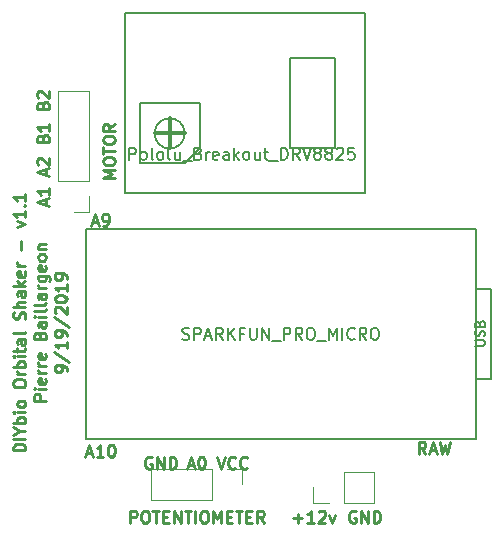
<source format=gbr>
G04 #@! TF.GenerationSoftware,KiCad,Pcbnew,(5.0.0-rc3-dev)*
G04 #@! TF.CreationDate,2019-09-30T17:53:01-04:00*
G04 #@! TF.ProjectId,orbital shaker,6F72626974616C207368616B65722E6B,rev?*
G04 #@! TF.SameCoordinates,Original*
G04 #@! TF.FileFunction,Legend,Top*
G04 #@! TF.FilePolarity,Positive*
%FSLAX46Y46*%
G04 Gerber Fmt 4.6, Leading zero omitted, Abs format (unit mm)*
G04 Created by KiCad (PCBNEW (5.0.0-rc3-dev)) date 09/30/19 17:53:01*
%MOMM*%
%LPD*%
G01*
G04 APERTURE LIST*
%ADD10C,0.250000*%
%ADD11C,0.150000*%
%ADD12C,0.300000*%
%ADD13C,0.127000*%
%ADD14C,0.120000*%
%ADD15C,0.152400*%
G04 APERTURE END LIST*
D10*
X117602095Y-103386000D02*
X117506857Y-103338380D01*
X117364000Y-103338380D01*
X117221142Y-103386000D01*
X117125904Y-103481238D01*
X117078285Y-103576476D01*
X117030666Y-103766952D01*
X117030666Y-103909809D01*
X117078285Y-104100285D01*
X117125904Y-104195523D01*
X117221142Y-104290761D01*
X117364000Y-104338380D01*
X117459238Y-104338380D01*
X117602095Y-104290761D01*
X117649714Y-104243142D01*
X117649714Y-103909809D01*
X117459238Y-103909809D01*
X118078285Y-104338380D02*
X118078285Y-103338380D01*
X118649714Y-104338380D01*
X118649714Y-103338380D01*
X119125904Y-104338380D02*
X119125904Y-103338380D01*
X119364000Y-103338380D01*
X119506857Y-103386000D01*
X119602095Y-103481238D01*
X119649714Y-103576476D01*
X119697333Y-103766952D01*
X119697333Y-103909809D01*
X119649714Y-104100285D01*
X119602095Y-104195523D01*
X119506857Y-104290761D01*
X119364000Y-104338380D01*
X119125904Y-104338380D01*
X123126666Y-103338380D02*
X123460000Y-104338380D01*
X123793333Y-103338380D01*
X124698095Y-104243142D02*
X124650476Y-104290761D01*
X124507619Y-104338380D01*
X124412380Y-104338380D01*
X124269523Y-104290761D01*
X124174285Y-104195523D01*
X124126666Y-104100285D01*
X124079047Y-103909809D01*
X124079047Y-103766952D01*
X124126666Y-103576476D01*
X124174285Y-103481238D01*
X124269523Y-103386000D01*
X124412380Y-103338380D01*
X124507619Y-103338380D01*
X124650476Y-103386000D01*
X124698095Y-103433619D01*
X125698095Y-104243142D02*
X125650476Y-104290761D01*
X125507619Y-104338380D01*
X125412380Y-104338380D01*
X125269523Y-104290761D01*
X125174285Y-104195523D01*
X125126666Y-104100285D01*
X125079047Y-103909809D01*
X125079047Y-103766952D01*
X125126666Y-103576476D01*
X125174285Y-103481238D01*
X125269523Y-103386000D01*
X125412380Y-103338380D01*
X125507619Y-103338380D01*
X125650476Y-103386000D01*
X125698095Y-103433619D01*
X120697714Y-104052666D02*
X121173904Y-104052666D01*
X120602476Y-104338380D02*
X120935809Y-103338380D01*
X121269142Y-104338380D01*
X121792952Y-103338380D02*
X121888190Y-103338380D01*
X121983428Y-103386000D01*
X122031047Y-103433619D01*
X122078666Y-103528857D01*
X122126285Y-103719333D01*
X122126285Y-103957428D01*
X122078666Y-104147904D01*
X122031047Y-104243142D01*
X121983428Y-104290761D01*
X121888190Y-104338380D01*
X121792952Y-104338380D01*
X121697714Y-104290761D01*
X121650095Y-104243142D01*
X121602476Y-104147904D01*
X121554857Y-103957428D01*
X121554857Y-103719333D01*
X121602476Y-103528857D01*
X121650095Y-103433619D01*
X121697714Y-103386000D01*
X121792952Y-103338380D01*
X108624666Y-79454285D02*
X108624666Y-78978095D01*
X108910380Y-79549523D02*
X107910380Y-79216190D01*
X108910380Y-78882857D01*
X108005619Y-78597142D02*
X107958000Y-78549523D01*
X107910380Y-78454285D01*
X107910380Y-78216190D01*
X107958000Y-78120952D01*
X108005619Y-78073333D01*
X108100857Y-78025714D01*
X108196095Y-78025714D01*
X108338952Y-78073333D01*
X108910380Y-78644761D01*
X108910380Y-78025714D01*
X108624666Y-81994285D02*
X108624666Y-81518095D01*
X108910380Y-82089523D02*
X107910380Y-81756190D01*
X108910380Y-81422857D01*
X108910380Y-80565714D02*
X108910380Y-81137142D01*
X108910380Y-80851428D02*
X107910380Y-80851428D01*
X108053238Y-80946666D01*
X108148476Y-81041904D01*
X108196095Y-81137142D01*
X108386571Y-76350761D02*
X108434190Y-76207904D01*
X108481809Y-76160285D01*
X108577047Y-76112666D01*
X108719904Y-76112666D01*
X108815142Y-76160285D01*
X108862761Y-76207904D01*
X108910380Y-76303142D01*
X108910380Y-76684095D01*
X107910380Y-76684095D01*
X107910380Y-76350761D01*
X107958000Y-76255523D01*
X108005619Y-76207904D01*
X108100857Y-76160285D01*
X108196095Y-76160285D01*
X108291333Y-76207904D01*
X108338952Y-76255523D01*
X108386571Y-76350761D01*
X108386571Y-76684095D01*
X108910380Y-75160285D02*
X108910380Y-75731714D01*
X108910380Y-75446000D02*
X107910380Y-75446000D01*
X108053238Y-75541238D01*
X108148476Y-75636476D01*
X108196095Y-75731714D01*
X108386571Y-73556761D02*
X108434190Y-73413904D01*
X108481809Y-73366285D01*
X108577047Y-73318666D01*
X108719904Y-73318666D01*
X108815142Y-73366285D01*
X108862761Y-73413904D01*
X108910380Y-73509142D01*
X108910380Y-73890095D01*
X107910380Y-73890095D01*
X107910380Y-73556761D01*
X107958000Y-73461523D01*
X108005619Y-73413904D01*
X108100857Y-73366285D01*
X108196095Y-73366285D01*
X108291333Y-73413904D01*
X108338952Y-73461523D01*
X108386571Y-73556761D01*
X108386571Y-73890095D01*
X108005619Y-72937714D02*
X107958000Y-72890095D01*
X107910380Y-72794857D01*
X107910380Y-72556761D01*
X107958000Y-72461523D01*
X108005619Y-72413904D01*
X108100857Y-72366285D01*
X108196095Y-72366285D01*
X108338952Y-72413904D01*
X108910380Y-72985333D01*
X108910380Y-72366285D01*
X106906380Y-102781333D02*
X105906380Y-102781333D01*
X105906380Y-102543238D01*
X105954000Y-102400380D01*
X106049238Y-102305142D01*
X106144476Y-102257523D01*
X106334952Y-102209904D01*
X106477809Y-102209904D01*
X106668285Y-102257523D01*
X106763523Y-102305142D01*
X106858761Y-102400380D01*
X106906380Y-102543238D01*
X106906380Y-102781333D01*
X106906380Y-101781333D02*
X105906380Y-101781333D01*
X106430190Y-101114666D02*
X106906380Y-101114666D01*
X105906380Y-101448000D02*
X106430190Y-101114666D01*
X105906380Y-100781333D01*
X106906380Y-100448000D02*
X105906380Y-100448000D01*
X106287333Y-100448000D02*
X106239714Y-100352761D01*
X106239714Y-100162285D01*
X106287333Y-100067047D01*
X106334952Y-100019428D01*
X106430190Y-99971809D01*
X106715904Y-99971809D01*
X106811142Y-100019428D01*
X106858761Y-100067047D01*
X106906380Y-100162285D01*
X106906380Y-100352761D01*
X106858761Y-100448000D01*
X106906380Y-99543238D02*
X106239714Y-99543238D01*
X105906380Y-99543238D02*
X105954000Y-99590857D01*
X106001619Y-99543238D01*
X105954000Y-99495619D01*
X105906380Y-99543238D01*
X106001619Y-99543238D01*
X106906380Y-98924190D02*
X106858761Y-99019428D01*
X106811142Y-99067047D01*
X106715904Y-99114666D01*
X106430190Y-99114666D01*
X106334952Y-99067047D01*
X106287333Y-99019428D01*
X106239714Y-98924190D01*
X106239714Y-98781333D01*
X106287333Y-98686095D01*
X106334952Y-98638476D01*
X106430190Y-98590857D01*
X106715904Y-98590857D01*
X106811142Y-98638476D01*
X106858761Y-98686095D01*
X106906380Y-98781333D01*
X106906380Y-98924190D01*
X105906380Y-97209904D02*
X105906380Y-97019428D01*
X105954000Y-96924190D01*
X106049238Y-96828952D01*
X106239714Y-96781333D01*
X106573047Y-96781333D01*
X106763523Y-96828952D01*
X106858761Y-96924190D01*
X106906380Y-97019428D01*
X106906380Y-97209904D01*
X106858761Y-97305142D01*
X106763523Y-97400380D01*
X106573047Y-97448000D01*
X106239714Y-97448000D01*
X106049238Y-97400380D01*
X105954000Y-97305142D01*
X105906380Y-97209904D01*
X106906380Y-96352761D02*
X106239714Y-96352761D01*
X106430190Y-96352761D02*
X106334952Y-96305142D01*
X106287333Y-96257523D01*
X106239714Y-96162285D01*
X106239714Y-96067047D01*
X106906380Y-95733714D02*
X105906380Y-95733714D01*
X106287333Y-95733714D02*
X106239714Y-95638476D01*
X106239714Y-95448000D01*
X106287333Y-95352761D01*
X106334952Y-95305142D01*
X106430190Y-95257523D01*
X106715904Y-95257523D01*
X106811142Y-95305142D01*
X106858761Y-95352761D01*
X106906380Y-95448000D01*
X106906380Y-95638476D01*
X106858761Y-95733714D01*
X106906380Y-94828952D02*
X106239714Y-94828952D01*
X105906380Y-94828952D02*
X105954000Y-94876571D01*
X106001619Y-94828952D01*
X105954000Y-94781333D01*
X105906380Y-94828952D01*
X106001619Y-94828952D01*
X106239714Y-94495619D02*
X106239714Y-94114666D01*
X105906380Y-94352761D02*
X106763523Y-94352761D01*
X106858761Y-94305142D01*
X106906380Y-94209904D01*
X106906380Y-94114666D01*
X106906380Y-93352761D02*
X106382571Y-93352761D01*
X106287333Y-93400380D01*
X106239714Y-93495619D01*
X106239714Y-93686095D01*
X106287333Y-93781333D01*
X106858761Y-93352761D02*
X106906380Y-93448000D01*
X106906380Y-93686095D01*
X106858761Y-93781333D01*
X106763523Y-93828952D01*
X106668285Y-93828952D01*
X106573047Y-93781333D01*
X106525428Y-93686095D01*
X106525428Y-93448000D01*
X106477809Y-93352761D01*
X106906380Y-92733714D02*
X106858761Y-92828952D01*
X106763523Y-92876571D01*
X105906380Y-92876571D01*
X106858761Y-91638476D02*
X106906380Y-91495619D01*
X106906380Y-91257523D01*
X106858761Y-91162285D01*
X106811142Y-91114666D01*
X106715904Y-91067047D01*
X106620666Y-91067047D01*
X106525428Y-91114666D01*
X106477809Y-91162285D01*
X106430190Y-91257523D01*
X106382571Y-91448000D01*
X106334952Y-91543238D01*
X106287333Y-91590857D01*
X106192095Y-91638476D01*
X106096857Y-91638476D01*
X106001619Y-91590857D01*
X105954000Y-91543238D01*
X105906380Y-91448000D01*
X105906380Y-91209904D01*
X105954000Y-91067047D01*
X106906380Y-90638476D02*
X105906380Y-90638476D01*
X106906380Y-90209904D02*
X106382571Y-90209904D01*
X106287333Y-90257523D01*
X106239714Y-90352761D01*
X106239714Y-90495619D01*
X106287333Y-90590857D01*
X106334952Y-90638476D01*
X106906380Y-89305142D02*
X106382571Y-89305142D01*
X106287333Y-89352761D01*
X106239714Y-89448000D01*
X106239714Y-89638476D01*
X106287333Y-89733714D01*
X106858761Y-89305142D02*
X106906380Y-89400380D01*
X106906380Y-89638476D01*
X106858761Y-89733714D01*
X106763523Y-89781333D01*
X106668285Y-89781333D01*
X106573047Y-89733714D01*
X106525428Y-89638476D01*
X106525428Y-89400380D01*
X106477809Y-89305142D01*
X106906380Y-88828952D02*
X105906380Y-88828952D01*
X106525428Y-88733714D02*
X106906380Y-88448000D01*
X106239714Y-88448000D02*
X106620666Y-88828952D01*
X106858761Y-87638476D02*
X106906380Y-87733714D01*
X106906380Y-87924190D01*
X106858761Y-88019428D01*
X106763523Y-88067047D01*
X106382571Y-88067047D01*
X106287333Y-88019428D01*
X106239714Y-87924190D01*
X106239714Y-87733714D01*
X106287333Y-87638476D01*
X106382571Y-87590857D01*
X106477809Y-87590857D01*
X106573047Y-88067047D01*
X106906380Y-87162285D02*
X106239714Y-87162285D01*
X106430190Y-87162285D02*
X106334952Y-87114666D01*
X106287333Y-87067047D01*
X106239714Y-86971809D01*
X106239714Y-86876571D01*
X106525428Y-85781333D02*
X106525428Y-85019428D01*
X106239714Y-83876571D02*
X106906380Y-83638476D01*
X106239714Y-83400380D01*
X106906380Y-82495619D02*
X106906380Y-83067047D01*
X106906380Y-82781333D02*
X105906380Y-82781333D01*
X106049238Y-82876571D01*
X106144476Y-82971809D01*
X106192095Y-83067047D01*
X106811142Y-82067047D02*
X106858761Y-82019428D01*
X106906380Y-82067047D01*
X106858761Y-82114666D01*
X106811142Y-82067047D01*
X106906380Y-82067047D01*
X106906380Y-81067047D02*
X106906380Y-81638476D01*
X106906380Y-81352761D02*
X105906380Y-81352761D01*
X106049238Y-81448000D01*
X106144476Y-81543238D01*
X106192095Y-81638476D01*
X108656380Y-98567047D02*
X107656380Y-98567047D01*
X107656380Y-98186095D01*
X107704000Y-98090857D01*
X107751619Y-98043238D01*
X107846857Y-97995619D01*
X107989714Y-97995619D01*
X108084952Y-98043238D01*
X108132571Y-98090857D01*
X108180190Y-98186095D01*
X108180190Y-98567047D01*
X108656380Y-97567047D02*
X107989714Y-97567047D01*
X107656380Y-97567047D02*
X107704000Y-97614666D01*
X107751619Y-97567047D01*
X107704000Y-97519428D01*
X107656380Y-97567047D01*
X107751619Y-97567047D01*
X108608761Y-96709904D02*
X108656380Y-96805142D01*
X108656380Y-96995619D01*
X108608761Y-97090857D01*
X108513523Y-97138476D01*
X108132571Y-97138476D01*
X108037333Y-97090857D01*
X107989714Y-96995619D01*
X107989714Y-96805142D01*
X108037333Y-96709904D01*
X108132571Y-96662285D01*
X108227809Y-96662285D01*
X108323047Y-97138476D01*
X108656380Y-96233714D02*
X107989714Y-96233714D01*
X108180190Y-96233714D02*
X108084952Y-96186095D01*
X108037333Y-96138476D01*
X107989714Y-96043238D01*
X107989714Y-95948000D01*
X108656380Y-95614666D02*
X107989714Y-95614666D01*
X108180190Y-95614666D02*
X108084952Y-95567047D01*
X108037333Y-95519428D01*
X107989714Y-95424190D01*
X107989714Y-95328952D01*
X108608761Y-94614666D02*
X108656380Y-94709904D01*
X108656380Y-94900380D01*
X108608761Y-94995619D01*
X108513523Y-95043238D01*
X108132571Y-95043238D01*
X108037333Y-94995619D01*
X107989714Y-94900380D01*
X107989714Y-94709904D01*
X108037333Y-94614666D01*
X108132571Y-94567047D01*
X108227809Y-94567047D01*
X108323047Y-95043238D01*
X108132571Y-93043238D02*
X108180190Y-92900380D01*
X108227809Y-92852761D01*
X108323047Y-92805142D01*
X108465904Y-92805142D01*
X108561142Y-92852761D01*
X108608761Y-92900380D01*
X108656380Y-92995619D01*
X108656380Y-93376571D01*
X107656380Y-93376571D01*
X107656380Y-93043238D01*
X107704000Y-92948000D01*
X107751619Y-92900380D01*
X107846857Y-92852761D01*
X107942095Y-92852761D01*
X108037333Y-92900380D01*
X108084952Y-92948000D01*
X108132571Y-93043238D01*
X108132571Y-93376571D01*
X108656380Y-91948000D02*
X108132571Y-91948000D01*
X108037333Y-91995619D01*
X107989714Y-92090857D01*
X107989714Y-92281333D01*
X108037333Y-92376571D01*
X108608761Y-91948000D02*
X108656380Y-92043238D01*
X108656380Y-92281333D01*
X108608761Y-92376571D01*
X108513523Y-92424190D01*
X108418285Y-92424190D01*
X108323047Y-92376571D01*
X108275428Y-92281333D01*
X108275428Y-92043238D01*
X108227809Y-91948000D01*
X108656380Y-91471809D02*
X107989714Y-91471809D01*
X107656380Y-91471809D02*
X107704000Y-91519428D01*
X107751619Y-91471809D01*
X107704000Y-91424190D01*
X107656380Y-91471809D01*
X107751619Y-91471809D01*
X108656380Y-90852761D02*
X108608761Y-90948000D01*
X108513523Y-90995619D01*
X107656380Y-90995619D01*
X108656380Y-90328952D02*
X108608761Y-90424190D01*
X108513523Y-90471809D01*
X107656380Y-90471809D01*
X108656380Y-89519428D02*
X108132571Y-89519428D01*
X108037333Y-89567047D01*
X107989714Y-89662285D01*
X107989714Y-89852761D01*
X108037333Y-89948000D01*
X108608761Y-89519428D02*
X108656380Y-89614666D01*
X108656380Y-89852761D01*
X108608761Y-89948000D01*
X108513523Y-89995619D01*
X108418285Y-89995619D01*
X108323047Y-89948000D01*
X108275428Y-89852761D01*
X108275428Y-89614666D01*
X108227809Y-89519428D01*
X108656380Y-89043238D02*
X107989714Y-89043238D01*
X108180190Y-89043238D02*
X108084952Y-88995619D01*
X108037333Y-88948000D01*
X107989714Y-88852761D01*
X107989714Y-88757523D01*
X107989714Y-87995619D02*
X108799238Y-87995619D01*
X108894476Y-88043238D01*
X108942095Y-88090857D01*
X108989714Y-88186095D01*
X108989714Y-88328952D01*
X108942095Y-88424190D01*
X108608761Y-87995619D02*
X108656380Y-88090857D01*
X108656380Y-88281333D01*
X108608761Y-88376571D01*
X108561142Y-88424190D01*
X108465904Y-88471809D01*
X108180190Y-88471809D01*
X108084952Y-88424190D01*
X108037333Y-88376571D01*
X107989714Y-88281333D01*
X107989714Y-88090857D01*
X108037333Y-87995619D01*
X108608761Y-87138476D02*
X108656380Y-87233714D01*
X108656380Y-87424190D01*
X108608761Y-87519428D01*
X108513523Y-87567047D01*
X108132571Y-87567047D01*
X108037333Y-87519428D01*
X107989714Y-87424190D01*
X107989714Y-87233714D01*
X108037333Y-87138476D01*
X108132571Y-87090857D01*
X108227809Y-87090857D01*
X108323047Y-87567047D01*
X108656380Y-86519428D02*
X108608761Y-86614666D01*
X108561142Y-86662285D01*
X108465904Y-86709904D01*
X108180190Y-86709904D01*
X108084952Y-86662285D01*
X108037333Y-86614666D01*
X107989714Y-86519428D01*
X107989714Y-86376571D01*
X108037333Y-86281333D01*
X108084952Y-86233714D01*
X108180190Y-86186095D01*
X108465904Y-86186095D01*
X108561142Y-86233714D01*
X108608761Y-86281333D01*
X108656380Y-86376571D01*
X108656380Y-86519428D01*
X107989714Y-85757523D02*
X108656380Y-85757523D01*
X108084952Y-85757523D02*
X108037333Y-85709904D01*
X107989714Y-85614666D01*
X107989714Y-85471809D01*
X108037333Y-85376571D01*
X108132571Y-85328952D01*
X108656380Y-85328952D01*
X110406380Y-96043238D02*
X110406380Y-95852761D01*
X110358761Y-95757523D01*
X110311142Y-95709904D01*
X110168285Y-95614666D01*
X109977809Y-95567047D01*
X109596857Y-95567047D01*
X109501619Y-95614666D01*
X109454000Y-95662285D01*
X109406380Y-95757523D01*
X109406380Y-95948000D01*
X109454000Y-96043238D01*
X109501619Y-96090857D01*
X109596857Y-96138476D01*
X109834952Y-96138476D01*
X109930190Y-96090857D01*
X109977809Y-96043238D01*
X110025428Y-95948000D01*
X110025428Y-95757523D01*
X109977809Y-95662285D01*
X109930190Y-95614666D01*
X109834952Y-95567047D01*
X109358761Y-94424190D02*
X110644476Y-95281333D01*
X110406380Y-93567047D02*
X110406380Y-94138476D01*
X110406380Y-93852761D02*
X109406380Y-93852761D01*
X109549238Y-93948000D01*
X109644476Y-94043238D01*
X109692095Y-94138476D01*
X110406380Y-93090857D02*
X110406380Y-92900380D01*
X110358761Y-92805142D01*
X110311142Y-92757523D01*
X110168285Y-92662285D01*
X109977809Y-92614666D01*
X109596857Y-92614666D01*
X109501619Y-92662285D01*
X109454000Y-92709904D01*
X109406380Y-92805142D01*
X109406380Y-92995619D01*
X109454000Y-93090857D01*
X109501619Y-93138476D01*
X109596857Y-93186095D01*
X109834952Y-93186095D01*
X109930190Y-93138476D01*
X109977809Y-93090857D01*
X110025428Y-92995619D01*
X110025428Y-92805142D01*
X109977809Y-92709904D01*
X109930190Y-92662285D01*
X109834952Y-92614666D01*
X109358761Y-91471809D02*
X110644476Y-92328952D01*
X109501619Y-91186095D02*
X109454000Y-91138476D01*
X109406380Y-91043238D01*
X109406380Y-90805142D01*
X109454000Y-90709904D01*
X109501619Y-90662285D01*
X109596857Y-90614666D01*
X109692095Y-90614666D01*
X109834952Y-90662285D01*
X110406380Y-91233714D01*
X110406380Y-90614666D01*
X109406380Y-89995619D02*
X109406380Y-89900380D01*
X109454000Y-89805142D01*
X109501619Y-89757523D01*
X109596857Y-89709904D01*
X109787333Y-89662285D01*
X110025428Y-89662285D01*
X110215904Y-89709904D01*
X110311142Y-89757523D01*
X110358761Y-89805142D01*
X110406380Y-89900380D01*
X110406380Y-89995619D01*
X110358761Y-90090857D01*
X110311142Y-90138476D01*
X110215904Y-90186095D01*
X110025428Y-90233714D01*
X109787333Y-90233714D01*
X109596857Y-90186095D01*
X109501619Y-90138476D01*
X109454000Y-90090857D01*
X109406380Y-89995619D01*
X110406380Y-88709904D02*
X110406380Y-89281333D01*
X110406380Y-88995619D02*
X109406380Y-88995619D01*
X109549238Y-89090857D01*
X109644476Y-89186095D01*
X109692095Y-89281333D01*
X110406380Y-88233714D02*
X110406380Y-88043238D01*
X110358761Y-87948000D01*
X110311142Y-87900380D01*
X110168285Y-87805142D01*
X109977809Y-87757523D01*
X109596857Y-87757523D01*
X109501619Y-87805142D01*
X109454000Y-87852761D01*
X109406380Y-87948000D01*
X109406380Y-88138476D01*
X109454000Y-88233714D01*
X109501619Y-88281333D01*
X109596857Y-88328952D01*
X109834952Y-88328952D01*
X109930190Y-88281333D01*
X109977809Y-88233714D01*
X110025428Y-88138476D01*
X110025428Y-87948000D01*
X109977809Y-87852761D01*
X109930190Y-87805142D01*
X109834952Y-87757523D01*
X112569714Y-83478666D02*
X113045904Y-83478666D01*
X112474476Y-83764380D02*
X112807809Y-82764380D01*
X113141142Y-83764380D01*
X113522095Y-83764380D02*
X113712571Y-83764380D01*
X113807809Y-83716761D01*
X113855428Y-83669142D01*
X113950666Y-83526285D01*
X113998285Y-83335809D01*
X113998285Y-82954857D01*
X113950666Y-82859619D01*
X113903047Y-82812000D01*
X113807809Y-82764380D01*
X113617333Y-82764380D01*
X113522095Y-82812000D01*
X113474476Y-82859619D01*
X113426857Y-82954857D01*
X113426857Y-83192952D01*
X113474476Y-83288190D01*
X113522095Y-83335809D01*
X113617333Y-83383428D01*
X113807809Y-83383428D01*
X113903047Y-83335809D01*
X113950666Y-83288190D01*
X113998285Y-83192952D01*
X112093523Y-103036666D02*
X112569714Y-103036666D01*
X111998285Y-103322380D02*
X112331619Y-102322380D01*
X112664952Y-103322380D01*
X113522095Y-103322380D02*
X112950666Y-103322380D01*
X113236380Y-103322380D02*
X113236380Y-102322380D01*
X113141142Y-102465238D01*
X113045904Y-102560476D01*
X112950666Y-102608095D01*
X114141142Y-102322380D02*
X114236380Y-102322380D01*
X114331619Y-102370000D01*
X114379238Y-102417619D01*
X114426857Y-102512857D01*
X114474476Y-102703333D01*
X114474476Y-102941428D01*
X114426857Y-103131904D01*
X114379238Y-103227142D01*
X114331619Y-103274761D01*
X114236380Y-103322380D01*
X114141142Y-103322380D01*
X114045904Y-103274761D01*
X113998285Y-103227142D01*
X113950666Y-103131904D01*
X113903047Y-102941428D01*
X113903047Y-102703333D01*
X113950666Y-102512857D01*
X113998285Y-102417619D01*
X114045904Y-102370000D01*
X114141142Y-102322380D01*
X140787523Y-103068380D02*
X140454190Y-102592190D01*
X140216095Y-103068380D02*
X140216095Y-102068380D01*
X140597047Y-102068380D01*
X140692285Y-102116000D01*
X140739904Y-102163619D01*
X140787523Y-102258857D01*
X140787523Y-102401714D01*
X140739904Y-102496952D01*
X140692285Y-102544571D01*
X140597047Y-102592190D01*
X140216095Y-102592190D01*
X141168476Y-102782666D02*
X141644666Y-102782666D01*
X141073238Y-103068380D02*
X141406571Y-102068380D01*
X141739904Y-103068380D01*
X141978000Y-102068380D02*
X142216095Y-103068380D01*
X142406571Y-102354095D01*
X142597047Y-103068380D01*
X142835142Y-102068380D01*
X114498380Y-79731904D02*
X113498380Y-79731904D01*
X114212666Y-79398571D01*
X113498380Y-79065238D01*
X114498380Y-79065238D01*
X113498380Y-78398571D02*
X113498380Y-78208095D01*
X113546000Y-78112857D01*
X113641238Y-78017619D01*
X113831714Y-77970000D01*
X114165047Y-77970000D01*
X114355523Y-78017619D01*
X114450761Y-78112857D01*
X114498380Y-78208095D01*
X114498380Y-78398571D01*
X114450761Y-78493809D01*
X114355523Y-78589047D01*
X114165047Y-78636666D01*
X113831714Y-78636666D01*
X113641238Y-78589047D01*
X113546000Y-78493809D01*
X113498380Y-78398571D01*
X113498380Y-77684285D02*
X113498380Y-77112857D01*
X114498380Y-77398571D02*
X113498380Y-77398571D01*
X113498380Y-76589047D02*
X113498380Y-76398571D01*
X113546000Y-76303333D01*
X113641238Y-76208095D01*
X113831714Y-76160476D01*
X114165047Y-76160476D01*
X114355523Y-76208095D01*
X114450761Y-76303333D01*
X114498380Y-76398571D01*
X114498380Y-76589047D01*
X114450761Y-76684285D01*
X114355523Y-76779523D01*
X114165047Y-76827142D01*
X113831714Y-76827142D01*
X113641238Y-76779523D01*
X113546000Y-76684285D01*
X113498380Y-76589047D01*
X114498380Y-75160476D02*
X114022190Y-75493809D01*
X114498380Y-75731904D02*
X113498380Y-75731904D01*
X113498380Y-75350952D01*
X113546000Y-75255714D01*
X113593619Y-75208095D01*
X113688857Y-75160476D01*
X113831714Y-75160476D01*
X113926952Y-75208095D01*
X113974571Y-75255714D01*
X114022190Y-75350952D01*
X114022190Y-75731904D01*
X115769142Y-108910380D02*
X115769142Y-107910380D01*
X116150095Y-107910380D01*
X116245333Y-107958000D01*
X116292952Y-108005619D01*
X116340571Y-108100857D01*
X116340571Y-108243714D01*
X116292952Y-108338952D01*
X116245333Y-108386571D01*
X116150095Y-108434190D01*
X115769142Y-108434190D01*
X116959619Y-107910380D02*
X117150095Y-107910380D01*
X117245333Y-107958000D01*
X117340571Y-108053238D01*
X117388190Y-108243714D01*
X117388190Y-108577047D01*
X117340571Y-108767523D01*
X117245333Y-108862761D01*
X117150095Y-108910380D01*
X116959619Y-108910380D01*
X116864380Y-108862761D01*
X116769142Y-108767523D01*
X116721523Y-108577047D01*
X116721523Y-108243714D01*
X116769142Y-108053238D01*
X116864380Y-107958000D01*
X116959619Y-107910380D01*
X117673904Y-107910380D02*
X118245333Y-107910380D01*
X117959619Y-108910380D02*
X117959619Y-107910380D01*
X118578666Y-108386571D02*
X118912000Y-108386571D01*
X119054857Y-108910380D02*
X118578666Y-108910380D01*
X118578666Y-107910380D01*
X119054857Y-107910380D01*
X119483428Y-108910380D02*
X119483428Y-107910380D01*
X120054857Y-108910380D01*
X120054857Y-107910380D01*
X120388190Y-107910380D02*
X120959619Y-107910380D01*
X120673904Y-108910380D02*
X120673904Y-107910380D01*
X121292952Y-108910380D02*
X121292952Y-107910380D01*
X121959619Y-107910380D02*
X122150095Y-107910380D01*
X122245333Y-107958000D01*
X122340571Y-108053238D01*
X122388190Y-108243714D01*
X122388190Y-108577047D01*
X122340571Y-108767523D01*
X122245333Y-108862761D01*
X122150095Y-108910380D01*
X121959619Y-108910380D01*
X121864380Y-108862761D01*
X121769142Y-108767523D01*
X121721523Y-108577047D01*
X121721523Y-108243714D01*
X121769142Y-108053238D01*
X121864380Y-107958000D01*
X121959619Y-107910380D01*
X122816761Y-108910380D02*
X122816761Y-107910380D01*
X123150095Y-108624666D01*
X123483428Y-107910380D01*
X123483428Y-108910380D01*
X123959619Y-108386571D02*
X124292952Y-108386571D01*
X124435809Y-108910380D02*
X123959619Y-108910380D01*
X123959619Y-107910380D01*
X124435809Y-107910380D01*
X124721523Y-107910380D02*
X125292952Y-107910380D01*
X125007238Y-108910380D02*
X125007238Y-107910380D01*
X125626285Y-108386571D02*
X125959619Y-108386571D01*
X126102476Y-108910380D02*
X125626285Y-108910380D01*
X125626285Y-107910380D01*
X126102476Y-107910380D01*
X127102476Y-108910380D02*
X126769142Y-108434190D01*
X126531047Y-108910380D02*
X126531047Y-107910380D01*
X126911999Y-107910380D01*
X127007238Y-107958000D01*
X127054857Y-108005619D01*
X127102476Y-108100857D01*
X127102476Y-108243714D01*
X127054857Y-108338952D01*
X127007238Y-108386571D01*
X126911999Y-108434190D01*
X126531047Y-108434190D01*
X134874095Y-107958000D02*
X134778857Y-107910380D01*
X134636000Y-107910380D01*
X134493142Y-107958000D01*
X134397904Y-108053238D01*
X134350285Y-108148476D01*
X134302666Y-108338952D01*
X134302666Y-108481809D01*
X134350285Y-108672285D01*
X134397904Y-108767523D01*
X134493142Y-108862761D01*
X134636000Y-108910380D01*
X134731238Y-108910380D01*
X134874095Y-108862761D01*
X134921714Y-108815142D01*
X134921714Y-108481809D01*
X134731238Y-108481809D01*
X135350285Y-108910380D02*
X135350285Y-107910380D01*
X135921714Y-108910380D01*
X135921714Y-107910380D01*
X136397904Y-108910380D02*
X136397904Y-107910380D01*
X136636000Y-107910380D01*
X136778857Y-107958000D01*
X136874095Y-108053238D01*
X136921714Y-108148476D01*
X136969333Y-108338952D01*
X136969333Y-108481809D01*
X136921714Y-108672285D01*
X136874095Y-108767523D01*
X136778857Y-108862761D01*
X136636000Y-108910380D01*
X136397904Y-108910380D01*
X129603714Y-108529428D02*
X130365619Y-108529428D01*
X129984666Y-108910380D02*
X129984666Y-108148476D01*
X131365619Y-108910380D02*
X130794190Y-108910380D01*
X131079904Y-108910380D02*
X131079904Y-107910380D01*
X130984666Y-108053238D01*
X130889428Y-108148476D01*
X130794190Y-108196095D01*
X131746571Y-108005619D02*
X131794190Y-107958000D01*
X131889428Y-107910380D01*
X132127523Y-107910380D01*
X132222761Y-107958000D01*
X132270380Y-108005619D01*
X132318000Y-108100857D01*
X132318000Y-108196095D01*
X132270380Y-108338952D01*
X131698952Y-108910380D01*
X132318000Y-108910380D01*
X132651333Y-108243714D02*
X132889428Y-108910380D01*
X133127523Y-108243714D01*
D11*
G04 #@! TO.C,A1*
X115316000Y-65786000D02*
X135636000Y-65786000D01*
X115316000Y-81026000D02*
X115316000Y-65786000D01*
X135636000Y-81026000D02*
X115316000Y-81026000D01*
X135636000Y-65786000D02*
X135636000Y-81026000D01*
X129286000Y-69596000D02*
X133096000Y-69596000D01*
X129286000Y-77216000D02*
X129286000Y-69596000D01*
X133096000Y-77216000D02*
X129286000Y-77216000D01*
X133096000Y-69596000D02*
X133096000Y-77216000D01*
D12*
X117856000Y-75946000D02*
X120396000Y-75946000D01*
X119126000Y-77216000D02*
X119126000Y-74676000D01*
D11*
X120396000Y-78486000D02*
X116586000Y-78486000D01*
X121666000Y-77216000D02*
X120396000Y-78486000D01*
X121666000Y-73406000D02*
X121666000Y-77216000D01*
X116586000Y-73406000D02*
X121666000Y-73406000D01*
X116586000Y-78486000D02*
X116586000Y-73406000D01*
X120396000Y-75946000D02*
G75*
G03X120396000Y-75946000I-1270000J0D01*
G01*
D13*
G04 #@! TO.C,B1*
X146304000Y-96774000D02*
X145034000Y-96774000D01*
X146304000Y-89154000D02*
X146304000Y-96774000D01*
X145034000Y-89154000D02*
X146304000Y-89154000D01*
X145034000Y-101854000D02*
X145034000Y-84074000D01*
X112014000Y-101854000D02*
X145034000Y-101854000D01*
X112014000Y-84074000D02*
X112014000Y-101854000D01*
X145034000Y-84074000D02*
X112014000Y-84074000D01*
D14*
G04 #@! TO.C,J1*
X131258000Y-107248000D02*
X131258000Y-105918000D01*
X132588000Y-107248000D02*
X131258000Y-107248000D01*
X133858000Y-107248000D02*
X133858000Y-104588000D01*
X133858000Y-104588000D02*
X136458000Y-104588000D01*
X133858000Y-107248000D02*
X136458000Y-107248000D01*
X136458000Y-107248000D02*
X136458000Y-104588000D01*
G04 #@! TO.C,J2*
X112328000Y-82610000D02*
X110998000Y-82610000D01*
X112328000Y-81280000D02*
X112328000Y-82610000D01*
X112328000Y-80010000D02*
X109668000Y-80010000D01*
X109668000Y-80010000D02*
X109668000Y-72330000D01*
X112328000Y-80010000D02*
X112328000Y-72330000D01*
X112328000Y-72330000D02*
X109668000Y-72330000D01*
G04 #@! TO.C,J3*
X125282000Y-104334000D02*
X125282000Y-105664000D01*
X123952000Y-104334000D02*
X125282000Y-104334000D01*
X122682000Y-104334000D02*
X122682000Y-106994000D01*
X122682000Y-106994000D02*
X117542000Y-106994000D01*
X122682000Y-104334000D02*
X117542000Y-104334000D01*
X117542000Y-104334000D02*
X117542000Y-106994000D01*
G04 #@! TO.C,A1*
D11*
X115698190Y-78176380D02*
X115698190Y-77176380D01*
X116079142Y-77176380D01*
X116174380Y-77224000D01*
X116222000Y-77271619D01*
X116269619Y-77366857D01*
X116269619Y-77509714D01*
X116222000Y-77604952D01*
X116174380Y-77652571D01*
X116079142Y-77700190D01*
X115698190Y-77700190D01*
X116841047Y-78176380D02*
X116745809Y-78128761D01*
X116698190Y-78081142D01*
X116650571Y-77985904D01*
X116650571Y-77700190D01*
X116698190Y-77604952D01*
X116745809Y-77557333D01*
X116841047Y-77509714D01*
X116983904Y-77509714D01*
X117079142Y-77557333D01*
X117126761Y-77604952D01*
X117174380Y-77700190D01*
X117174380Y-77985904D01*
X117126761Y-78081142D01*
X117079142Y-78128761D01*
X116983904Y-78176380D01*
X116841047Y-78176380D01*
X117745809Y-78176380D02*
X117650571Y-78128761D01*
X117602952Y-78033523D01*
X117602952Y-77176380D01*
X118269619Y-78176380D02*
X118174380Y-78128761D01*
X118126761Y-78081142D01*
X118079142Y-77985904D01*
X118079142Y-77700190D01*
X118126761Y-77604952D01*
X118174380Y-77557333D01*
X118269619Y-77509714D01*
X118412476Y-77509714D01*
X118507714Y-77557333D01*
X118555333Y-77604952D01*
X118602952Y-77700190D01*
X118602952Y-77985904D01*
X118555333Y-78081142D01*
X118507714Y-78128761D01*
X118412476Y-78176380D01*
X118269619Y-78176380D01*
X119174380Y-78176380D02*
X119079142Y-78128761D01*
X119031523Y-78033523D01*
X119031523Y-77176380D01*
X119983904Y-77509714D02*
X119983904Y-78176380D01*
X119555333Y-77509714D02*
X119555333Y-78033523D01*
X119602952Y-78128761D01*
X119698190Y-78176380D01*
X119841047Y-78176380D01*
X119936285Y-78128761D01*
X119983904Y-78081142D01*
X120222000Y-78271619D02*
X120983904Y-78271619D01*
X121555333Y-77652571D02*
X121698190Y-77700190D01*
X121745809Y-77747809D01*
X121793428Y-77843047D01*
X121793428Y-77985904D01*
X121745809Y-78081142D01*
X121698190Y-78128761D01*
X121602952Y-78176380D01*
X121222000Y-78176380D01*
X121222000Y-77176380D01*
X121555333Y-77176380D01*
X121650571Y-77224000D01*
X121698190Y-77271619D01*
X121745809Y-77366857D01*
X121745809Y-77462095D01*
X121698190Y-77557333D01*
X121650571Y-77604952D01*
X121555333Y-77652571D01*
X121222000Y-77652571D01*
X122222000Y-78176380D02*
X122222000Y-77509714D01*
X122222000Y-77700190D02*
X122269619Y-77604952D01*
X122317238Y-77557333D01*
X122412476Y-77509714D01*
X122507714Y-77509714D01*
X123222000Y-78128761D02*
X123126761Y-78176380D01*
X122936285Y-78176380D01*
X122841047Y-78128761D01*
X122793428Y-78033523D01*
X122793428Y-77652571D01*
X122841047Y-77557333D01*
X122936285Y-77509714D01*
X123126761Y-77509714D01*
X123222000Y-77557333D01*
X123269619Y-77652571D01*
X123269619Y-77747809D01*
X122793428Y-77843047D01*
X124126761Y-78176380D02*
X124126761Y-77652571D01*
X124079142Y-77557333D01*
X123983904Y-77509714D01*
X123793428Y-77509714D01*
X123698190Y-77557333D01*
X124126761Y-78128761D02*
X124031523Y-78176380D01*
X123793428Y-78176380D01*
X123698190Y-78128761D01*
X123650571Y-78033523D01*
X123650571Y-77938285D01*
X123698190Y-77843047D01*
X123793428Y-77795428D01*
X124031523Y-77795428D01*
X124126761Y-77747809D01*
X124602952Y-78176380D02*
X124602952Y-77176380D01*
X124698190Y-77795428D02*
X124983904Y-78176380D01*
X124983904Y-77509714D02*
X124602952Y-77890666D01*
X125555333Y-78176380D02*
X125460095Y-78128761D01*
X125412476Y-78081142D01*
X125364857Y-77985904D01*
X125364857Y-77700190D01*
X125412476Y-77604952D01*
X125460095Y-77557333D01*
X125555333Y-77509714D01*
X125698190Y-77509714D01*
X125793428Y-77557333D01*
X125841047Y-77604952D01*
X125888666Y-77700190D01*
X125888666Y-77985904D01*
X125841047Y-78081142D01*
X125793428Y-78128761D01*
X125698190Y-78176380D01*
X125555333Y-78176380D01*
X126745809Y-77509714D02*
X126745809Y-78176380D01*
X126317238Y-77509714D02*
X126317238Y-78033523D01*
X126364857Y-78128761D01*
X126460095Y-78176380D01*
X126602952Y-78176380D01*
X126698190Y-78128761D01*
X126745809Y-78081142D01*
X127079142Y-77509714D02*
X127460095Y-77509714D01*
X127222000Y-77176380D02*
X127222000Y-78033523D01*
X127269619Y-78128761D01*
X127364857Y-78176380D01*
X127460095Y-78176380D01*
X127555333Y-78271619D02*
X128317238Y-78271619D01*
X128555333Y-78176380D02*
X128555333Y-77176380D01*
X128793428Y-77176380D01*
X128936285Y-77224000D01*
X129031523Y-77319238D01*
X129079142Y-77414476D01*
X129126761Y-77604952D01*
X129126761Y-77747809D01*
X129079142Y-77938285D01*
X129031523Y-78033523D01*
X128936285Y-78128761D01*
X128793428Y-78176380D01*
X128555333Y-78176380D01*
X130126761Y-78176380D02*
X129793428Y-77700190D01*
X129555333Y-78176380D02*
X129555333Y-77176380D01*
X129936285Y-77176380D01*
X130031523Y-77224000D01*
X130079142Y-77271619D01*
X130126761Y-77366857D01*
X130126761Y-77509714D01*
X130079142Y-77604952D01*
X130031523Y-77652571D01*
X129936285Y-77700190D01*
X129555333Y-77700190D01*
X130412476Y-77176380D02*
X130745809Y-78176380D01*
X131079142Y-77176380D01*
X131555333Y-77604952D02*
X131460095Y-77557333D01*
X131412476Y-77509714D01*
X131364857Y-77414476D01*
X131364857Y-77366857D01*
X131412476Y-77271619D01*
X131460095Y-77224000D01*
X131555333Y-77176380D01*
X131745809Y-77176380D01*
X131841047Y-77224000D01*
X131888666Y-77271619D01*
X131936285Y-77366857D01*
X131936285Y-77414476D01*
X131888666Y-77509714D01*
X131841047Y-77557333D01*
X131745809Y-77604952D01*
X131555333Y-77604952D01*
X131460095Y-77652571D01*
X131412476Y-77700190D01*
X131364857Y-77795428D01*
X131364857Y-77985904D01*
X131412476Y-78081142D01*
X131460095Y-78128761D01*
X131555333Y-78176380D01*
X131745809Y-78176380D01*
X131841047Y-78128761D01*
X131888666Y-78081142D01*
X131936285Y-77985904D01*
X131936285Y-77795428D01*
X131888666Y-77700190D01*
X131841047Y-77652571D01*
X131745809Y-77604952D01*
X132507714Y-77604952D02*
X132412476Y-77557333D01*
X132364857Y-77509714D01*
X132317238Y-77414476D01*
X132317238Y-77366857D01*
X132364857Y-77271619D01*
X132412476Y-77224000D01*
X132507714Y-77176380D01*
X132698190Y-77176380D01*
X132793428Y-77224000D01*
X132841047Y-77271619D01*
X132888666Y-77366857D01*
X132888666Y-77414476D01*
X132841047Y-77509714D01*
X132793428Y-77557333D01*
X132698190Y-77604952D01*
X132507714Y-77604952D01*
X132412476Y-77652571D01*
X132364857Y-77700190D01*
X132317238Y-77795428D01*
X132317238Y-77985904D01*
X132364857Y-78081142D01*
X132412476Y-78128761D01*
X132507714Y-78176380D01*
X132698190Y-78176380D01*
X132793428Y-78128761D01*
X132841047Y-78081142D01*
X132888666Y-77985904D01*
X132888666Y-77795428D01*
X132841047Y-77700190D01*
X132793428Y-77652571D01*
X132698190Y-77604952D01*
X133269619Y-77271619D02*
X133317238Y-77224000D01*
X133412476Y-77176380D01*
X133650571Y-77176380D01*
X133745809Y-77224000D01*
X133793428Y-77271619D01*
X133841047Y-77366857D01*
X133841047Y-77462095D01*
X133793428Y-77604952D01*
X133222000Y-78176380D01*
X133841047Y-78176380D01*
X134745809Y-77176380D02*
X134269619Y-77176380D01*
X134222000Y-77652571D01*
X134269619Y-77604952D01*
X134364857Y-77557333D01*
X134602952Y-77557333D01*
X134698190Y-77604952D01*
X134745809Y-77652571D01*
X134793428Y-77747809D01*
X134793428Y-77985904D01*
X134745809Y-78081142D01*
X134698190Y-78128761D01*
X134602952Y-78176380D01*
X134364857Y-78176380D01*
X134269619Y-78128761D01*
X134222000Y-78081142D01*
G04 #@! TO.C,B1*
D13*
X120214476Y-93368761D02*
X120357333Y-93416380D01*
X120595428Y-93416380D01*
X120690666Y-93368761D01*
X120738285Y-93321142D01*
X120785904Y-93225904D01*
X120785904Y-93130666D01*
X120738285Y-93035428D01*
X120690666Y-92987809D01*
X120595428Y-92940190D01*
X120404952Y-92892571D01*
X120309714Y-92844952D01*
X120262095Y-92797333D01*
X120214476Y-92702095D01*
X120214476Y-92606857D01*
X120262095Y-92511619D01*
X120309714Y-92464000D01*
X120404952Y-92416380D01*
X120643047Y-92416380D01*
X120785904Y-92464000D01*
X121214476Y-93416380D02*
X121214476Y-92416380D01*
X121595428Y-92416380D01*
X121690666Y-92464000D01*
X121738285Y-92511619D01*
X121785904Y-92606857D01*
X121785904Y-92749714D01*
X121738285Y-92844952D01*
X121690666Y-92892571D01*
X121595428Y-92940190D01*
X121214476Y-92940190D01*
X122166857Y-93130666D02*
X122643047Y-93130666D01*
X122071619Y-93416380D02*
X122404952Y-92416380D01*
X122738285Y-93416380D01*
X123643047Y-93416380D02*
X123309714Y-92940190D01*
X123071619Y-93416380D02*
X123071619Y-92416380D01*
X123452571Y-92416380D01*
X123547809Y-92464000D01*
X123595428Y-92511619D01*
X123643047Y-92606857D01*
X123643047Y-92749714D01*
X123595428Y-92844952D01*
X123547809Y-92892571D01*
X123452571Y-92940190D01*
X123071619Y-92940190D01*
X124071619Y-93416380D02*
X124071619Y-92416380D01*
X124643047Y-93416380D02*
X124214476Y-92844952D01*
X124643047Y-92416380D02*
X124071619Y-92987809D01*
X125404952Y-92892571D02*
X125071619Y-92892571D01*
X125071619Y-93416380D02*
X125071619Y-92416380D01*
X125547809Y-92416380D01*
X125928761Y-92416380D02*
X125928761Y-93225904D01*
X125976380Y-93321142D01*
X126024000Y-93368761D01*
X126119238Y-93416380D01*
X126309714Y-93416380D01*
X126404952Y-93368761D01*
X126452571Y-93321142D01*
X126500190Y-93225904D01*
X126500190Y-92416380D01*
X126976380Y-93416380D02*
X126976380Y-92416380D01*
X127547809Y-93416380D01*
X127547809Y-92416380D01*
X127785904Y-93511619D02*
X128547809Y-93511619D01*
X128785904Y-93416380D02*
X128785904Y-92416380D01*
X129166857Y-92416380D01*
X129262095Y-92464000D01*
X129309714Y-92511619D01*
X129357333Y-92606857D01*
X129357333Y-92749714D01*
X129309714Y-92844952D01*
X129262095Y-92892571D01*
X129166857Y-92940190D01*
X128785904Y-92940190D01*
X130357333Y-93416380D02*
X130024000Y-92940190D01*
X129785904Y-93416380D02*
X129785904Y-92416380D01*
X130166857Y-92416380D01*
X130262095Y-92464000D01*
X130309714Y-92511619D01*
X130357333Y-92606857D01*
X130357333Y-92749714D01*
X130309714Y-92844952D01*
X130262095Y-92892571D01*
X130166857Y-92940190D01*
X129785904Y-92940190D01*
X130976380Y-92416380D02*
X131166857Y-92416380D01*
X131262095Y-92464000D01*
X131357333Y-92559238D01*
X131404952Y-92749714D01*
X131404952Y-93083047D01*
X131357333Y-93273523D01*
X131262095Y-93368761D01*
X131166857Y-93416380D01*
X130976380Y-93416380D01*
X130881142Y-93368761D01*
X130785904Y-93273523D01*
X130738285Y-93083047D01*
X130738285Y-92749714D01*
X130785904Y-92559238D01*
X130881142Y-92464000D01*
X130976380Y-92416380D01*
X131595428Y-93511619D02*
X132357333Y-93511619D01*
X132595428Y-93416380D02*
X132595428Y-92416380D01*
X132928761Y-93130666D01*
X133262095Y-92416380D01*
X133262095Y-93416380D01*
X133738285Y-93416380D02*
X133738285Y-92416380D01*
X134785904Y-93321142D02*
X134738285Y-93368761D01*
X134595428Y-93416380D01*
X134500190Y-93416380D01*
X134357333Y-93368761D01*
X134262095Y-93273523D01*
X134214476Y-93178285D01*
X134166857Y-92987809D01*
X134166857Y-92844952D01*
X134214476Y-92654476D01*
X134262095Y-92559238D01*
X134357333Y-92464000D01*
X134500190Y-92416380D01*
X134595428Y-92416380D01*
X134738285Y-92464000D01*
X134785904Y-92511619D01*
X135785904Y-93416380D02*
X135452571Y-92940190D01*
X135214476Y-93416380D02*
X135214476Y-92416380D01*
X135595428Y-92416380D01*
X135690666Y-92464000D01*
X135738285Y-92511619D01*
X135785904Y-92606857D01*
X135785904Y-92749714D01*
X135738285Y-92844952D01*
X135690666Y-92892571D01*
X135595428Y-92940190D01*
X135214476Y-92940190D01*
X136404952Y-92416380D02*
X136595428Y-92416380D01*
X136690666Y-92464000D01*
X136785904Y-92559238D01*
X136833523Y-92749714D01*
X136833523Y-93083047D01*
X136785904Y-93273523D01*
X136690666Y-93368761D01*
X136595428Y-93416380D01*
X136404952Y-93416380D01*
X136309714Y-93368761D01*
X136214476Y-93273523D01*
X136166857Y-93083047D01*
X136166857Y-92749714D01*
X136214476Y-92559238D01*
X136309714Y-92464000D01*
X136404952Y-92416380D01*
D15*
X144995295Y-93938876D02*
X145653276Y-93938876D01*
X145730685Y-93900171D01*
X145769390Y-93861466D01*
X145808095Y-93784057D01*
X145808095Y-93629238D01*
X145769390Y-93551828D01*
X145730685Y-93513123D01*
X145653276Y-93474419D01*
X144995295Y-93474419D01*
X145769390Y-93126076D02*
X145808095Y-93009961D01*
X145808095Y-92816438D01*
X145769390Y-92739028D01*
X145730685Y-92700323D01*
X145653276Y-92661619D01*
X145575866Y-92661619D01*
X145498457Y-92700323D01*
X145459752Y-92739028D01*
X145421047Y-92816438D01*
X145382342Y-92971257D01*
X145343638Y-93048666D01*
X145304933Y-93087371D01*
X145227523Y-93126076D01*
X145150114Y-93126076D01*
X145072704Y-93087371D01*
X145034000Y-93048666D01*
X144995295Y-92971257D01*
X144995295Y-92777733D01*
X145034000Y-92661619D01*
X145382342Y-92042342D02*
X145421047Y-91926228D01*
X145459752Y-91887523D01*
X145537161Y-91848819D01*
X145653276Y-91848819D01*
X145730685Y-91887523D01*
X145769390Y-91926228D01*
X145808095Y-92003638D01*
X145808095Y-92313276D01*
X144995295Y-92313276D01*
X144995295Y-92042342D01*
X145034000Y-91964933D01*
X145072704Y-91926228D01*
X145150114Y-91887523D01*
X145227523Y-91887523D01*
X145304933Y-91926228D01*
X145343638Y-91964933D01*
X145382342Y-92042342D01*
X145382342Y-92313276D01*
G04 #@! TD*
M02*

</source>
